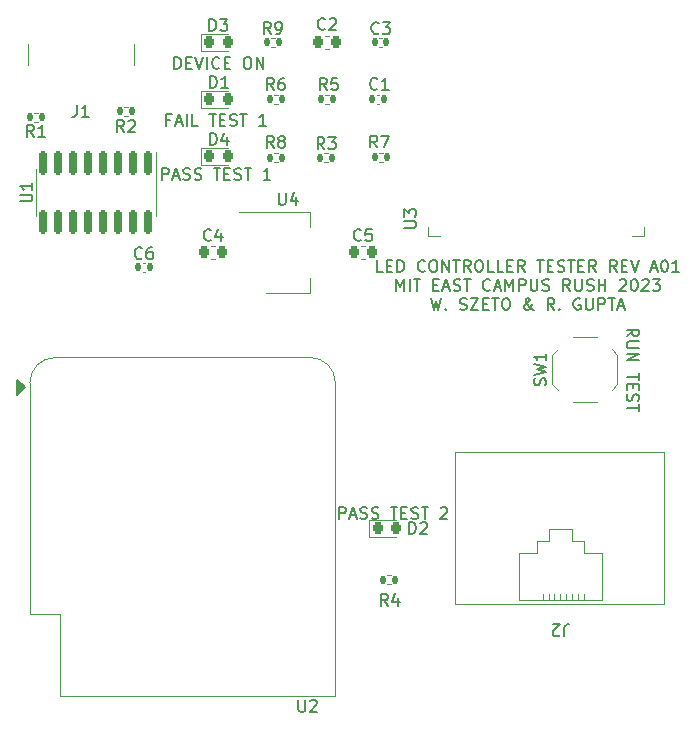
<source format=gbr>
%TF.GenerationSoftware,KiCad,Pcbnew,(6.0.11-0)*%
%TF.CreationDate,2023-03-27T22:19:29-07:00*%
%TF.ProjectId,LED,4c45442e-6b69-4636-9164-5f7063625858,rev?*%
%TF.SameCoordinates,Original*%
%TF.FileFunction,Legend,Top*%
%TF.FilePolarity,Positive*%
%FSLAX46Y46*%
G04 Gerber Fmt 4.6, Leading zero omitted, Abs format (unit mm)*
G04 Created by KiCad (PCBNEW (6.0.11-0)) date 2023-03-27 22:19:29*
%MOMM*%
%LPD*%
G01*
G04 APERTURE LIST*
G04 Aperture macros list*
%AMRoundRect*
0 Rectangle with rounded corners*
0 $1 Rounding radius*
0 $2 $3 $4 $5 $6 $7 $8 $9 X,Y pos of 4 corners*
0 Add a 4 corners polygon primitive as box body*
4,1,4,$2,$3,$4,$5,$6,$7,$8,$9,$2,$3,0*
0 Add four circle primitives for the rounded corners*
1,1,$1+$1,$2,$3*
1,1,$1+$1,$4,$5*
1,1,$1+$1,$6,$7*
1,1,$1+$1,$8,$9*
0 Add four rect primitives between the rounded corners*
20,1,$1+$1,$2,$3,$4,$5,0*
20,1,$1+$1,$4,$5,$6,$7,0*
20,1,$1+$1,$6,$7,$8,$9,0*
20,1,$1+$1,$8,$9,$2,$3,0*%
G04 Aperture macros list end*
%ADD10C,0.200000*%
%ADD11C,0.150000*%
%ADD12C,0.120000*%
%ADD13R,2.000000X2.000000*%
%ADD14O,2.000000X1.600000*%
%ADD15RoundRect,0.225000X0.225000X0.250000X-0.225000X0.250000X-0.225000X-0.250000X0.225000X-0.250000X0*%
%ADD16RoundRect,0.135000X0.135000X0.185000X-0.135000X0.185000X-0.135000X-0.185000X0.135000X-0.185000X0*%
%ADD17RoundRect,0.140000X0.140000X0.170000X-0.140000X0.170000X-0.140000X-0.170000X0.140000X-0.170000X0*%
%ADD18R,2.000000X1.500000*%
%ADD19R,2.000000X3.800000*%
%ADD20RoundRect,0.218750X-0.218750X-0.256250X0.218750X-0.256250X0.218750X0.256250X-0.218750X0.256250X0*%
%ADD21RoundRect,0.135000X-0.135000X-0.185000X0.135000X-0.185000X0.135000X0.185000X-0.135000X0.185000X0*%
%ADD22RoundRect,0.225000X-0.225000X-0.250000X0.225000X-0.250000X0.225000X0.250000X-0.225000X0.250000X0*%
%ADD23C,2.300000*%
%ADD24R,1.500000X1.500000*%
%ADD25C,1.500000*%
%ADD26R,1.000000X1.700000*%
%ADD27RoundRect,0.140000X-0.140000X-0.170000X0.140000X-0.170000X0.140000X0.170000X-0.140000X0.170000X0*%
%ADD28R,1.500000X0.900000*%
%ADD29R,0.900000X1.500000*%
%ADD30C,0.700000*%
%ADD31R,4.200000X4.200000*%
%ADD32RoundRect,0.150000X-0.150000X0.825000X-0.150000X-0.825000X0.150000X-0.825000X0.150000X0.825000X0*%
%ADD33C,0.600000*%
%ADD34R,0.600000X1.160000*%
%ADD35R,0.300000X1.160000*%
%ADD36O,0.900000X2.000000*%
%ADD37O,0.900000X1.700000*%
G04 APERTURE END LIST*
D10*
X84122095Y-65730380D02*
X84122095Y-64730380D01*
X84360190Y-64730380D01*
X84503047Y-64778000D01*
X84598285Y-64873238D01*
X84645904Y-64968476D01*
X84693523Y-65158952D01*
X84693523Y-65301809D01*
X84645904Y-65492285D01*
X84598285Y-65587523D01*
X84503047Y-65682761D01*
X84360190Y-65730380D01*
X84122095Y-65730380D01*
X85122095Y-65206571D02*
X85455428Y-65206571D01*
X85598285Y-65730380D02*
X85122095Y-65730380D01*
X85122095Y-64730380D01*
X85598285Y-64730380D01*
X85884000Y-64730380D02*
X86217333Y-65730380D01*
X86550666Y-64730380D01*
X86884000Y-65730380D02*
X86884000Y-64730380D01*
X87931619Y-65635142D02*
X87884000Y-65682761D01*
X87741142Y-65730380D01*
X87645904Y-65730380D01*
X87503047Y-65682761D01*
X87407809Y-65587523D01*
X87360190Y-65492285D01*
X87312571Y-65301809D01*
X87312571Y-65158952D01*
X87360190Y-64968476D01*
X87407809Y-64873238D01*
X87503047Y-64778000D01*
X87645904Y-64730380D01*
X87741142Y-64730380D01*
X87884000Y-64778000D01*
X87931619Y-64825619D01*
X88360190Y-65206571D02*
X88693523Y-65206571D01*
X88836380Y-65730380D02*
X88360190Y-65730380D01*
X88360190Y-64730380D01*
X88836380Y-64730380D01*
X90217333Y-64730380D02*
X90407809Y-64730380D01*
X90503047Y-64778000D01*
X90598285Y-64873238D01*
X90645904Y-65063714D01*
X90645904Y-65397047D01*
X90598285Y-65587523D01*
X90503047Y-65682761D01*
X90407809Y-65730380D01*
X90217333Y-65730380D01*
X90122095Y-65682761D01*
X90026857Y-65587523D01*
X89979238Y-65397047D01*
X89979238Y-65063714D01*
X90026857Y-64873238D01*
X90122095Y-64778000D01*
X90217333Y-64730380D01*
X91074476Y-65730380D02*
X91074476Y-64730380D01*
X91645904Y-65730380D01*
X91645904Y-64730380D01*
D11*
X122419619Y-88376476D02*
X122895809Y-88043142D01*
X122419619Y-87805047D02*
X123419619Y-87805047D01*
X123419619Y-88186000D01*
X123372000Y-88281238D01*
X123324380Y-88328857D01*
X123229142Y-88376476D01*
X123086285Y-88376476D01*
X122991047Y-88328857D01*
X122943428Y-88281238D01*
X122895809Y-88186000D01*
X122895809Y-87805047D01*
X123419619Y-88805047D02*
X122610095Y-88805047D01*
X122514857Y-88852666D01*
X122467238Y-88900285D01*
X122419619Y-88995523D01*
X122419619Y-89186000D01*
X122467238Y-89281238D01*
X122514857Y-89328857D01*
X122610095Y-89376476D01*
X123419619Y-89376476D01*
X122419619Y-89852666D02*
X123419619Y-89852666D01*
X122419619Y-90424095D01*
X123419619Y-90424095D01*
X123419619Y-91519333D02*
X123419619Y-92090761D01*
X122419619Y-91805047D02*
X123419619Y-91805047D01*
X122943428Y-92424095D02*
X122943428Y-92757428D01*
X122419619Y-92900285D02*
X122419619Y-92424095D01*
X123419619Y-92424095D01*
X123419619Y-92900285D01*
X122467238Y-93281238D02*
X122419619Y-93424095D01*
X122419619Y-93662190D01*
X122467238Y-93757428D01*
X122514857Y-93805047D01*
X122610095Y-93852666D01*
X122705333Y-93852666D01*
X122800571Y-93805047D01*
X122848190Y-93757428D01*
X122895809Y-93662190D01*
X122943428Y-93471714D01*
X122991047Y-93376476D01*
X123038666Y-93328857D01*
X123133904Y-93281238D01*
X123229142Y-93281238D01*
X123324380Y-93328857D01*
X123372000Y-93376476D01*
X123419619Y-93471714D01*
X123419619Y-93709809D01*
X123372000Y-93852666D01*
X123419619Y-94138380D02*
X123419619Y-94709809D01*
X122419619Y-94424095D02*
X123419619Y-94424095D01*
D10*
X83772857Y-70032571D02*
X83439523Y-70032571D01*
X83439523Y-70556380D02*
X83439523Y-69556380D01*
X83915714Y-69556380D01*
X84249047Y-70270666D02*
X84725238Y-70270666D01*
X84153809Y-70556380D02*
X84487142Y-69556380D01*
X84820476Y-70556380D01*
X85153809Y-70556380D02*
X85153809Y-69556380D01*
X86106190Y-70556380D02*
X85630000Y-70556380D01*
X85630000Y-69556380D01*
X87058571Y-69556380D02*
X87630000Y-69556380D01*
X87344285Y-70556380D02*
X87344285Y-69556380D01*
X87963333Y-70032571D02*
X88296666Y-70032571D01*
X88439523Y-70556380D02*
X87963333Y-70556380D01*
X87963333Y-69556380D01*
X88439523Y-69556380D01*
X88820476Y-70508761D02*
X88963333Y-70556380D01*
X89201428Y-70556380D01*
X89296666Y-70508761D01*
X89344285Y-70461142D01*
X89391904Y-70365904D01*
X89391904Y-70270666D01*
X89344285Y-70175428D01*
X89296666Y-70127809D01*
X89201428Y-70080190D01*
X89010952Y-70032571D01*
X88915714Y-69984952D01*
X88868095Y-69937333D01*
X88820476Y-69842095D01*
X88820476Y-69746857D01*
X88868095Y-69651619D01*
X88915714Y-69604000D01*
X89010952Y-69556380D01*
X89249047Y-69556380D01*
X89391904Y-69604000D01*
X89677619Y-69556380D02*
X90249047Y-69556380D01*
X89963333Y-70556380D02*
X89963333Y-69556380D01*
X91868095Y-70556380D02*
X91296666Y-70556380D01*
X91582380Y-70556380D02*
X91582380Y-69556380D01*
X91487142Y-69699238D01*
X91391904Y-69794476D01*
X91296666Y-69842095D01*
X101760285Y-82916380D02*
X101284095Y-82916380D01*
X101284095Y-81916380D01*
X102093619Y-82392571D02*
X102426952Y-82392571D01*
X102569809Y-82916380D02*
X102093619Y-82916380D01*
X102093619Y-81916380D01*
X102569809Y-81916380D01*
X102998380Y-82916380D02*
X102998380Y-81916380D01*
X103236476Y-81916380D01*
X103379333Y-81964000D01*
X103474571Y-82059238D01*
X103522190Y-82154476D01*
X103569809Y-82344952D01*
X103569809Y-82487809D01*
X103522190Y-82678285D01*
X103474571Y-82773523D01*
X103379333Y-82868761D01*
X103236476Y-82916380D01*
X102998380Y-82916380D01*
X105331714Y-82821142D02*
X105284095Y-82868761D01*
X105141238Y-82916380D01*
X105046000Y-82916380D01*
X104903142Y-82868761D01*
X104807904Y-82773523D01*
X104760285Y-82678285D01*
X104712666Y-82487809D01*
X104712666Y-82344952D01*
X104760285Y-82154476D01*
X104807904Y-82059238D01*
X104903142Y-81964000D01*
X105046000Y-81916380D01*
X105141238Y-81916380D01*
X105284095Y-81964000D01*
X105331714Y-82011619D01*
X105950761Y-81916380D02*
X106141238Y-81916380D01*
X106236476Y-81964000D01*
X106331714Y-82059238D01*
X106379333Y-82249714D01*
X106379333Y-82583047D01*
X106331714Y-82773523D01*
X106236476Y-82868761D01*
X106141238Y-82916380D01*
X105950761Y-82916380D01*
X105855523Y-82868761D01*
X105760285Y-82773523D01*
X105712666Y-82583047D01*
X105712666Y-82249714D01*
X105760285Y-82059238D01*
X105855523Y-81964000D01*
X105950761Y-81916380D01*
X106807904Y-82916380D02*
X106807904Y-81916380D01*
X107379333Y-82916380D01*
X107379333Y-81916380D01*
X107712666Y-81916380D02*
X108284095Y-81916380D01*
X107998380Y-82916380D02*
X107998380Y-81916380D01*
X109188857Y-82916380D02*
X108855523Y-82440190D01*
X108617428Y-82916380D02*
X108617428Y-81916380D01*
X108998380Y-81916380D01*
X109093619Y-81964000D01*
X109141238Y-82011619D01*
X109188857Y-82106857D01*
X109188857Y-82249714D01*
X109141238Y-82344952D01*
X109093619Y-82392571D01*
X108998380Y-82440190D01*
X108617428Y-82440190D01*
X109807904Y-81916380D02*
X109998380Y-81916380D01*
X110093619Y-81964000D01*
X110188857Y-82059238D01*
X110236476Y-82249714D01*
X110236476Y-82583047D01*
X110188857Y-82773523D01*
X110093619Y-82868761D01*
X109998380Y-82916380D01*
X109807904Y-82916380D01*
X109712666Y-82868761D01*
X109617428Y-82773523D01*
X109569809Y-82583047D01*
X109569809Y-82249714D01*
X109617428Y-82059238D01*
X109712666Y-81964000D01*
X109807904Y-81916380D01*
X111141238Y-82916380D02*
X110665047Y-82916380D01*
X110665047Y-81916380D01*
X111950761Y-82916380D02*
X111474571Y-82916380D01*
X111474571Y-81916380D01*
X112284095Y-82392571D02*
X112617428Y-82392571D01*
X112760285Y-82916380D02*
X112284095Y-82916380D01*
X112284095Y-81916380D01*
X112760285Y-81916380D01*
X113760285Y-82916380D02*
X113426952Y-82440190D01*
X113188857Y-82916380D02*
X113188857Y-81916380D01*
X113569809Y-81916380D01*
X113665047Y-81964000D01*
X113712666Y-82011619D01*
X113760285Y-82106857D01*
X113760285Y-82249714D01*
X113712666Y-82344952D01*
X113665047Y-82392571D01*
X113569809Y-82440190D01*
X113188857Y-82440190D01*
X114807904Y-81916380D02*
X115379333Y-81916380D01*
X115093619Y-82916380D02*
X115093619Y-81916380D01*
X115712666Y-82392571D02*
X116046000Y-82392571D01*
X116188857Y-82916380D02*
X115712666Y-82916380D01*
X115712666Y-81916380D01*
X116188857Y-81916380D01*
X116569809Y-82868761D02*
X116712666Y-82916380D01*
X116950761Y-82916380D01*
X117046000Y-82868761D01*
X117093619Y-82821142D01*
X117141238Y-82725904D01*
X117141238Y-82630666D01*
X117093619Y-82535428D01*
X117046000Y-82487809D01*
X116950761Y-82440190D01*
X116760285Y-82392571D01*
X116665047Y-82344952D01*
X116617428Y-82297333D01*
X116569809Y-82202095D01*
X116569809Y-82106857D01*
X116617428Y-82011619D01*
X116665047Y-81964000D01*
X116760285Y-81916380D01*
X116998380Y-81916380D01*
X117141238Y-81964000D01*
X117426952Y-81916380D02*
X117998380Y-81916380D01*
X117712666Y-82916380D02*
X117712666Y-81916380D01*
X118331714Y-82392571D02*
X118665047Y-82392571D01*
X118807904Y-82916380D02*
X118331714Y-82916380D01*
X118331714Y-81916380D01*
X118807904Y-81916380D01*
X119807904Y-82916380D02*
X119474571Y-82440190D01*
X119236476Y-82916380D02*
X119236476Y-81916380D01*
X119617428Y-81916380D01*
X119712666Y-81964000D01*
X119760285Y-82011619D01*
X119807904Y-82106857D01*
X119807904Y-82249714D01*
X119760285Y-82344952D01*
X119712666Y-82392571D01*
X119617428Y-82440190D01*
X119236476Y-82440190D01*
X121569809Y-82916380D02*
X121236476Y-82440190D01*
X120998380Y-82916380D02*
X120998380Y-81916380D01*
X121379333Y-81916380D01*
X121474571Y-81964000D01*
X121522190Y-82011619D01*
X121569809Y-82106857D01*
X121569809Y-82249714D01*
X121522190Y-82344952D01*
X121474571Y-82392571D01*
X121379333Y-82440190D01*
X120998380Y-82440190D01*
X121998380Y-82392571D02*
X122331714Y-82392571D01*
X122474571Y-82916380D02*
X121998380Y-82916380D01*
X121998380Y-81916380D01*
X122474571Y-81916380D01*
X122760285Y-81916380D02*
X123093619Y-82916380D01*
X123426952Y-81916380D01*
X124474571Y-82630666D02*
X124950761Y-82630666D01*
X124379333Y-82916380D02*
X124712666Y-81916380D01*
X125046000Y-82916380D01*
X125569809Y-81916380D02*
X125665047Y-81916380D01*
X125760285Y-81964000D01*
X125807904Y-82011619D01*
X125855523Y-82106857D01*
X125903142Y-82297333D01*
X125903142Y-82535428D01*
X125855523Y-82725904D01*
X125807904Y-82821142D01*
X125760285Y-82868761D01*
X125665047Y-82916380D01*
X125569809Y-82916380D01*
X125474571Y-82868761D01*
X125426952Y-82821142D01*
X125379333Y-82725904D01*
X125331714Y-82535428D01*
X125331714Y-82297333D01*
X125379333Y-82106857D01*
X125426952Y-82011619D01*
X125474571Y-81964000D01*
X125569809Y-81916380D01*
X126855523Y-82916380D02*
X126284095Y-82916380D01*
X126569809Y-82916380D02*
X126569809Y-81916380D01*
X126474571Y-82059238D01*
X126379333Y-82154476D01*
X126284095Y-82202095D01*
X102903142Y-84526380D02*
X102903142Y-83526380D01*
X103236476Y-84240666D01*
X103569809Y-83526380D01*
X103569809Y-84526380D01*
X104046000Y-84526380D02*
X104046000Y-83526380D01*
X104379333Y-83526380D02*
X104950761Y-83526380D01*
X104665047Y-84526380D02*
X104665047Y-83526380D01*
X106046000Y-84002571D02*
X106379333Y-84002571D01*
X106522190Y-84526380D02*
X106046000Y-84526380D01*
X106046000Y-83526380D01*
X106522190Y-83526380D01*
X106903142Y-84240666D02*
X107379333Y-84240666D01*
X106807904Y-84526380D02*
X107141238Y-83526380D01*
X107474571Y-84526380D01*
X107760285Y-84478761D02*
X107903142Y-84526380D01*
X108141238Y-84526380D01*
X108236476Y-84478761D01*
X108284095Y-84431142D01*
X108331714Y-84335904D01*
X108331714Y-84240666D01*
X108284095Y-84145428D01*
X108236476Y-84097809D01*
X108141238Y-84050190D01*
X107950761Y-84002571D01*
X107855523Y-83954952D01*
X107807904Y-83907333D01*
X107760285Y-83812095D01*
X107760285Y-83716857D01*
X107807904Y-83621619D01*
X107855523Y-83574000D01*
X107950761Y-83526380D01*
X108188857Y-83526380D01*
X108331714Y-83574000D01*
X108617428Y-83526380D02*
X109188857Y-83526380D01*
X108903142Y-84526380D02*
X108903142Y-83526380D01*
X110855523Y-84431142D02*
X110807904Y-84478761D01*
X110665047Y-84526380D01*
X110569809Y-84526380D01*
X110426952Y-84478761D01*
X110331714Y-84383523D01*
X110284095Y-84288285D01*
X110236476Y-84097809D01*
X110236476Y-83954952D01*
X110284095Y-83764476D01*
X110331714Y-83669238D01*
X110426952Y-83574000D01*
X110569809Y-83526380D01*
X110665047Y-83526380D01*
X110807904Y-83574000D01*
X110855523Y-83621619D01*
X111236476Y-84240666D02*
X111712666Y-84240666D01*
X111141238Y-84526380D02*
X111474571Y-83526380D01*
X111807904Y-84526380D01*
X112141238Y-84526380D02*
X112141238Y-83526380D01*
X112474571Y-84240666D01*
X112807904Y-83526380D01*
X112807904Y-84526380D01*
X113284095Y-84526380D02*
X113284095Y-83526380D01*
X113665047Y-83526380D01*
X113760285Y-83574000D01*
X113807904Y-83621619D01*
X113855523Y-83716857D01*
X113855523Y-83859714D01*
X113807904Y-83954952D01*
X113760285Y-84002571D01*
X113665047Y-84050190D01*
X113284095Y-84050190D01*
X114284095Y-83526380D02*
X114284095Y-84335904D01*
X114331714Y-84431142D01*
X114379333Y-84478761D01*
X114474571Y-84526380D01*
X114665047Y-84526380D01*
X114760285Y-84478761D01*
X114807904Y-84431142D01*
X114855523Y-84335904D01*
X114855523Y-83526380D01*
X115284095Y-84478761D02*
X115426952Y-84526380D01*
X115665047Y-84526380D01*
X115760285Y-84478761D01*
X115807904Y-84431142D01*
X115855523Y-84335904D01*
X115855523Y-84240666D01*
X115807904Y-84145428D01*
X115760285Y-84097809D01*
X115665047Y-84050190D01*
X115474571Y-84002571D01*
X115379333Y-83954952D01*
X115331714Y-83907333D01*
X115284095Y-83812095D01*
X115284095Y-83716857D01*
X115331714Y-83621619D01*
X115379333Y-83574000D01*
X115474571Y-83526380D01*
X115712666Y-83526380D01*
X115855523Y-83574000D01*
X117617428Y-84526380D02*
X117284095Y-84050190D01*
X117045999Y-84526380D02*
X117045999Y-83526380D01*
X117426952Y-83526380D01*
X117522190Y-83574000D01*
X117569809Y-83621619D01*
X117617428Y-83716857D01*
X117617428Y-83859714D01*
X117569809Y-83954952D01*
X117522190Y-84002571D01*
X117426952Y-84050190D01*
X117045999Y-84050190D01*
X118045999Y-83526380D02*
X118045999Y-84335904D01*
X118093619Y-84431142D01*
X118141238Y-84478761D01*
X118236476Y-84526380D01*
X118426952Y-84526380D01*
X118522190Y-84478761D01*
X118569809Y-84431142D01*
X118617428Y-84335904D01*
X118617428Y-83526380D01*
X119045999Y-84478761D02*
X119188857Y-84526380D01*
X119426952Y-84526380D01*
X119522190Y-84478761D01*
X119569809Y-84431142D01*
X119617428Y-84335904D01*
X119617428Y-84240666D01*
X119569809Y-84145428D01*
X119522190Y-84097809D01*
X119426952Y-84050190D01*
X119236476Y-84002571D01*
X119141238Y-83954952D01*
X119093619Y-83907333D01*
X119045999Y-83812095D01*
X119045999Y-83716857D01*
X119093619Y-83621619D01*
X119141238Y-83574000D01*
X119236476Y-83526380D01*
X119474571Y-83526380D01*
X119617428Y-83574000D01*
X120045999Y-84526380D02*
X120045999Y-83526380D01*
X120045999Y-84002571D02*
X120617428Y-84002571D01*
X120617428Y-84526380D02*
X120617428Y-83526380D01*
X121807904Y-83621619D02*
X121855523Y-83574000D01*
X121950761Y-83526380D01*
X122188857Y-83526380D01*
X122284095Y-83574000D01*
X122331714Y-83621619D01*
X122379333Y-83716857D01*
X122379333Y-83812095D01*
X122331714Y-83954952D01*
X121760285Y-84526380D01*
X122379333Y-84526380D01*
X122998380Y-83526380D02*
X123093619Y-83526380D01*
X123188857Y-83574000D01*
X123236476Y-83621619D01*
X123284095Y-83716857D01*
X123331714Y-83907333D01*
X123331714Y-84145428D01*
X123284095Y-84335904D01*
X123236476Y-84431142D01*
X123188857Y-84478761D01*
X123093619Y-84526380D01*
X122998380Y-84526380D01*
X122903142Y-84478761D01*
X122855523Y-84431142D01*
X122807904Y-84335904D01*
X122760285Y-84145428D01*
X122760285Y-83907333D01*
X122807904Y-83716857D01*
X122855523Y-83621619D01*
X122903142Y-83574000D01*
X122998380Y-83526380D01*
X123712666Y-83621619D02*
X123760285Y-83574000D01*
X123855523Y-83526380D01*
X124093619Y-83526380D01*
X124188857Y-83574000D01*
X124236476Y-83621619D01*
X124284095Y-83716857D01*
X124284095Y-83812095D01*
X124236476Y-83954952D01*
X123665047Y-84526380D01*
X124284095Y-84526380D01*
X124617428Y-83526380D02*
X125236476Y-83526380D01*
X124903142Y-83907333D01*
X125045999Y-83907333D01*
X125141238Y-83954952D01*
X125188857Y-84002571D01*
X125236476Y-84097809D01*
X125236476Y-84335904D01*
X125188857Y-84431142D01*
X125141238Y-84478761D01*
X125045999Y-84526380D01*
X124760285Y-84526380D01*
X124665047Y-84478761D01*
X124617428Y-84431142D01*
X105855523Y-85136380D02*
X106093619Y-86136380D01*
X106284095Y-85422095D01*
X106474571Y-86136380D01*
X106712666Y-85136380D01*
X107093619Y-86041142D02*
X107141238Y-86088761D01*
X107093619Y-86136380D01*
X107046000Y-86088761D01*
X107093619Y-86041142D01*
X107093619Y-86136380D01*
X108284095Y-86088761D02*
X108426952Y-86136380D01*
X108665047Y-86136380D01*
X108760285Y-86088761D01*
X108807904Y-86041142D01*
X108855523Y-85945904D01*
X108855523Y-85850666D01*
X108807904Y-85755428D01*
X108760285Y-85707809D01*
X108665047Y-85660190D01*
X108474571Y-85612571D01*
X108379333Y-85564952D01*
X108331714Y-85517333D01*
X108284095Y-85422095D01*
X108284095Y-85326857D01*
X108331714Y-85231619D01*
X108379333Y-85184000D01*
X108474571Y-85136380D01*
X108712666Y-85136380D01*
X108855523Y-85184000D01*
X109188857Y-85136380D02*
X109855523Y-85136380D01*
X109188857Y-86136380D01*
X109855523Y-86136380D01*
X110236476Y-85612571D02*
X110569809Y-85612571D01*
X110712666Y-86136380D02*
X110236476Y-86136380D01*
X110236476Y-85136380D01*
X110712666Y-85136380D01*
X110998380Y-85136380D02*
X111569809Y-85136380D01*
X111284095Y-86136380D02*
X111284095Y-85136380D01*
X112093619Y-85136380D02*
X112284095Y-85136380D01*
X112379333Y-85184000D01*
X112474571Y-85279238D01*
X112522190Y-85469714D01*
X112522190Y-85803047D01*
X112474571Y-85993523D01*
X112379333Y-86088761D01*
X112284095Y-86136380D01*
X112093619Y-86136380D01*
X111998380Y-86088761D01*
X111903142Y-85993523D01*
X111855523Y-85803047D01*
X111855523Y-85469714D01*
X111903142Y-85279238D01*
X111998380Y-85184000D01*
X112093619Y-85136380D01*
X114522190Y-86136380D02*
X114474571Y-86136380D01*
X114379333Y-86088761D01*
X114236476Y-85945904D01*
X113998380Y-85660190D01*
X113903142Y-85517333D01*
X113855523Y-85374476D01*
X113855523Y-85279238D01*
X113903142Y-85184000D01*
X113998380Y-85136380D01*
X114046000Y-85136380D01*
X114141238Y-85184000D01*
X114188857Y-85279238D01*
X114188857Y-85326857D01*
X114141238Y-85422095D01*
X114093619Y-85469714D01*
X113807904Y-85660190D01*
X113760285Y-85707809D01*
X113712666Y-85803047D01*
X113712666Y-85945904D01*
X113760285Y-86041142D01*
X113807904Y-86088761D01*
X113903142Y-86136380D01*
X114046000Y-86136380D01*
X114141238Y-86088761D01*
X114188857Y-86041142D01*
X114331714Y-85850666D01*
X114379333Y-85707809D01*
X114379333Y-85612571D01*
X116284095Y-86136380D02*
X115950761Y-85660190D01*
X115712666Y-86136380D02*
X115712666Y-85136380D01*
X116093619Y-85136380D01*
X116188857Y-85184000D01*
X116236476Y-85231619D01*
X116284095Y-85326857D01*
X116284095Y-85469714D01*
X116236476Y-85564952D01*
X116188857Y-85612571D01*
X116093619Y-85660190D01*
X115712666Y-85660190D01*
X116712666Y-86041142D02*
X116760285Y-86088761D01*
X116712666Y-86136380D01*
X116665047Y-86088761D01*
X116712666Y-86041142D01*
X116712666Y-86136380D01*
X118474571Y-85184000D02*
X118379333Y-85136380D01*
X118236476Y-85136380D01*
X118093619Y-85184000D01*
X117998380Y-85279238D01*
X117950761Y-85374476D01*
X117903142Y-85564952D01*
X117903142Y-85707809D01*
X117950761Y-85898285D01*
X117998380Y-85993523D01*
X118093619Y-86088761D01*
X118236476Y-86136380D01*
X118331714Y-86136380D01*
X118474571Y-86088761D01*
X118522190Y-86041142D01*
X118522190Y-85707809D01*
X118331714Y-85707809D01*
X118950761Y-85136380D02*
X118950761Y-85945904D01*
X118998380Y-86041142D01*
X119046000Y-86088761D01*
X119141238Y-86136380D01*
X119331714Y-86136380D01*
X119426952Y-86088761D01*
X119474571Y-86041142D01*
X119522190Y-85945904D01*
X119522190Y-85136380D01*
X119998380Y-86136380D02*
X119998380Y-85136380D01*
X120379333Y-85136380D01*
X120474571Y-85184000D01*
X120522190Y-85231619D01*
X120569809Y-85326857D01*
X120569809Y-85469714D01*
X120522190Y-85564952D01*
X120474571Y-85612571D01*
X120379333Y-85660190D01*
X119998380Y-85660190D01*
X120855523Y-85136380D02*
X121426952Y-85136380D01*
X121141238Y-86136380D02*
X121141238Y-85136380D01*
X121712666Y-85850666D02*
X122188857Y-85850666D01*
X121617428Y-86136380D02*
X121950761Y-85136380D01*
X122284095Y-86136380D01*
X83058571Y-75128380D02*
X83058571Y-74128380D01*
X83439523Y-74128380D01*
X83534761Y-74176000D01*
X83582380Y-74223619D01*
X83630000Y-74318857D01*
X83630000Y-74461714D01*
X83582380Y-74556952D01*
X83534761Y-74604571D01*
X83439523Y-74652190D01*
X83058571Y-74652190D01*
X84010952Y-74842666D02*
X84487142Y-74842666D01*
X83915714Y-75128380D02*
X84249047Y-74128380D01*
X84582380Y-75128380D01*
X84868095Y-75080761D02*
X85010952Y-75128380D01*
X85249047Y-75128380D01*
X85344285Y-75080761D01*
X85391904Y-75033142D01*
X85439523Y-74937904D01*
X85439523Y-74842666D01*
X85391904Y-74747428D01*
X85344285Y-74699809D01*
X85249047Y-74652190D01*
X85058571Y-74604571D01*
X84963333Y-74556952D01*
X84915714Y-74509333D01*
X84868095Y-74414095D01*
X84868095Y-74318857D01*
X84915714Y-74223619D01*
X84963333Y-74176000D01*
X85058571Y-74128380D01*
X85296666Y-74128380D01*
X85439523Y-74176000D01*
X85820476Y-75080761D02*
X85963333Y-75128380D01*
X86201428Y-75128380D01*
X86296666Y-75080761D01*
X86344285Y-75033142D01*
X86391904Y-74937904D01*
X86391904Y-74842666D01*
X86344285Y-74747428D01*
X86296666Y-74699809D01*
X86201428Y-74652190D01*
X86010952Y-74604571D01*
X85915714Y-74556952D01*
X85868095Y-74509333D01*
X85820476Y-74414095D01*
X85820476Y-74318857D01*
X85868095Y-74223619D01*
X85915714Y-74176000D01*
X86010952Y-74128380D01*
X86249047Y-74128380D01*
X86391904Y-74176000D01*
X87439523Y-74128380D02*
X88010952Y-74128380D01*
X87725238Y-75128380D02*
X87725238Y-74128380D01*
X88344285Y-74604571D02*
X88677619Y-74604571D01*
X88820476Y-75128380D02*
X88344285Y-75128380D01*
X88344285Y-74128380D01*
X88820476Y-74128380D01*
X89201428Y-75080761D02*
X89344285Y-75128380D01*
X89582380Y-75128380D01*
X89677619Y-75080761D01*
X89725238Y-75033142D01*
X89772857Y-74937904D01*
X89772857Y-74842666D01*
X89725238Y-74747428D01*
X89677619Y-74699809D01*
X89582380Y-74652190D01*
X89391904Y-74604571D01*
X89296666Y-74556952D01*
X89249047Y-74509333D01*
X89201428Y-74414095D01*
X89201428Y-74318857D01*
X89249047Y-74223619D01*
X89296666Y-74176000D01*
X89391904Y-74128380D01*
X89630000Y-74128380D01*
X89772857Y-74176000D01*
X90058571Y-74128380D02*
X90630000Y-74128380D01*
X90344285Y-75128380D02*
X90344285Y-74128380D01*
X92249047Y-75128380D02*
X91677619Y-75128380D01*
X91963333Y-75128380D02*
X91963333Y-74128380D01*
X91868095Y-74271238D01*
X91772857Y-74366476D01*
X91677619Y-74414095D01*
D11*
X98044571Y-103825380D02*
X98044571Y-102825380D01*
X98425523Y-102825380D01*
X98520761Y-102873000D01*
X98568380Y-102920619D01*
X98616000Y-103015857D01*
X98616000Y-103158714D01*
X98568380Y-103253952D01*
X98520761Y-103301571D01*
X98425523Y-103349190D01*
X98044571Y-103349190D01*
X98996952Y-103539666D02*
X99473142Y-103539666D01*
X98901714Y-103825380D02*
X99235047Y-102825380D01*
X99568380Y-103825380D01*
X99854095Y-103777761D02*
X99996952Y-103825380D01*
X100235047Y-103825380D01*
X100330285Y-103777761D01*
X100377904Y-103730142D01*
X100425523Y-103634904D01*
X100425523Y-103539666D01*
X100377904Y-103444428D01*
X100330285Y-103396809D01*
X100235047Y-103349190D01*
X100044571Y-103301571D01*
X99949333Y-103253952D01*
X99901714Y-103206333D01*
X99854095Y-103111095D01*
X99854095Y-103015857D01*
X99901714Y-102920619D01*
X99949333Y-102873000D01*
X100044571Y-102825380D01*
X100282666Y-102825380D01*
X100425523Y-102873000D01*
X100806476Y-103777761D02*
X100949333Y-103825380D01*
X101187428Y-103825380D01*
X101282666Y-103777761D01*
X101330285Y-103730142D01*
X101377904Y-103634904D01*
X101377904Y-103539666D01*
X101330285Y-103444428D01*
X101282666Y-103396809D01*
X101187428Y-103349190D01*
X100996952Y-103301571D01*
X100901714Y-103253952D01*
X100854095Y-103206333D01*
X100806476Y-103111095D01*
X100806476Y-103015857D01*
X100854095Y-102920619D01*
X100901714Y-102873000D01*
X100996952Y-102825380D01*
X101235047Y-102825380D01*
X101377904Y-102873000D01*
X102425523Y-102825380D02*
X102996952Y-102825380D01*
X102711238Y-103825380D02*
X102711238Y-102825380D01*
X103330285Y-103301571D02*
X103663619Y-103301571D01*
X103806476Y-103825380D02*
X103330285Y-103825380D01*
X103330285Y-102825380D01*
X103806476Y-102825380D01*
X104187428Y-103777761D02*
X104330285Y-103825380D01*
X104568380Y-103825380D01*
X104663619Y-103777761D01*
X104711238Y-103730142D01*
X104758857Y-103634904D01*
X104758857Y-103539666D01*
X104711238Y-103444428D01*
X104663619Y-103396809D01*
X104568380Y-103349190D01*
X104377904Y-103301571D01*
X104282666Y-103253952D01*
X104235047Y-103206333D01*
X104187428Y-103111095D01*
X104187428Y-103015857D01*
X104235047Y-102920619D01*
X104282666Y-102873000D01*
X104377904Y-102825380D01*
X104616000Y-102825380D01*
X104758857Y-102873000D01*
X105044571Y-102825380D02*
X105616000Y-102825380D01*
X105330285Y-103825380D02*
X105330285Y-102825380D01*
X106663619Y-102920619D02*
X106711238Y-102873000D01*
X106806476Y-102825380D01*
X107044571Y-102825380D01*
X107139809Y-102873000D01*
X107187428Y-102920619D01*
X107235047Y-103015857D01*
X107235047Y-103111095D01*
X107187428Y-103253952D01*
X106616000Y-103825380D01*
X107235047Y-103825380D01*
%TO.C,U2*%
X94611095Y-119162380D02*
X94611095Y-119971904D01*
X94658714Y-120067142D01*
X94706333Y-120114761D01*
X94801571Y-120162380D01*
X94992047Y-120162380D01*
X95087285Y-120114761D01*
X95134904Y-120067142D01*
X95182523Y-119971904D01*
X95182523Y-119162380D01*
X95611095Y-119257619D02*
X95658714Y-119210000D01*
X95753952Y-119162380D01*
X95992047Y-119162380D01*
X96087285Y-119210000D01*
X96134904Y-119257619D01*
X96182523Y-119352857D01*
X96182523Y-119448095D01*
X96134904Y-119590952D01*
X95563476Y-120162380D01*
X96182523Y-120162380D01*
%TO.C,C2*%
X96874333Y-62333142D02*
X96826714Y-62380761D01*
X96683857Y-62428380D01*
X96588619Y-62428380D01*
X96445761Y-62380761D01*
X96350523Y-62285523D01*
X96302904Y-62190285D01*
X96255285Y-61999809D01*
X96255285Y-61856952D01*
X96302904Y-61666476D01*
X96350523Y-61571238D01*
X96445761Y-61476000D01*
X96588619Y-61428380D01*
X96683857Y-61428380D01*
X96826714Y-61476000D01*
X96874333Y-61523619D01*
X97255285Y-61523619D02*
X97302904Y-61476000D01*
X97398142Y-61428380D01*
X97636238Y-61428380D01*
X97731476Y-61476000D01*
X97779095Y-61523619D01*
X97826714Y-61618857D01*
X97826714Y-61714095D01*
X97779095Y-61856952D01*
X97207666Y-62428380D01*
X97826714Y-62428380D01*
%TO.C,R4*%
X102195333Y-111196380D02*
X101862000Y-110720190D01*
X101623904Y-111196380D02*
X101623904Y-110196380D01*
X102004857Y-110196380D01*
X102100095Y-110244000D01*
X102147714Y-110291619D01*
X102195333Y-110386857D01*
X102195333Y-110529714D01*
X102147714Y-110624952D01*
X102100095Y-110672571D01*
X102004857Y-110720190D01*
X101623904Y-110720190D01*
X103052476Y-110529714D02*
X103052476Y-111196380D01*
X102814380Y-110148761D02*
X102576285Y-110863047D01*
X103195333Y-110863047D01*
%TO.C,C1*%
X101298169Y-67403142D02*
X101250550Y-67450761D01*
X101107693Y-67498380D01*
X101012455Y-67498380D01*
X100869597Y-67450761D01*
X100774359Y-67355523D01*
X100726740Y-67260285D01*
X100679121Y-67069809D01*
X100679121Y-66926952D01*
X100726740Y-66736476D01*
X100774359Y-66641238D01*
X100869597Y-66546000D01*
X101012455Y-66498380D01*
X101107693Y-66498380D01*
X101250550Y-66546000D01*
X101298169Y-66593619D01*
X102250550Y-67498380D02*
X101679121Y-67498380D01*
X101964836Y-67498380D02*
X101964836Y-66498380D01*
X101869597Y-66641238D01*
X101774359Y-66736476D01*
X101679121Y-66784095D01*
%TO.C,U4*%
X92964095Y-76232380D02*
X92964095Y-77041904D01*
X93011714Y-77137142D01*
X93059333Y-77184761D01*
X93154571Y-77232380D01*
X93345047Y-77232380D01*
X93440285Y-77184761D01*
X93487904Y-77137142D01*
X93535523Y-77041904D01*
X93535523Y-76232380D01*
X94440285Y-76565714D02*
X94440285Y-77232380D01*
X94202190Y-76184761D02*
X93964095Y-76899047D01*
X94583142Y-76899047D01*
%TO.C,D3*%
X87089404Y-62522380D02*
X87089404Y-61522380D01*
X87327500Y-61522380D01*
X87470357Y-61570000D01*
X87565595Y-61665238D01*
X87613214Y-61760476D01*
X87660833Y-61950952D01*
X87660833Y-62093809D01*
X87613214Y-62284285D01*
X87565595Y-62379523D01*
X87470357Y-62474761D01*
X87327500Y-62522380D01*
X87089404Y-62522380D01*
X87994166Y-61522380D02*
X88613214Y-61522380D01*
X88279880Y-61903333D01*
X88422738Y-61903333D01*
X88517976Y-61950952D01*
X88565595Y-61998571D01*
X88613214Y-62093809D01*
X88613214Y-62331904D01*
X88565595Y-62427142D01*
X88517976Y-62474761D01*
X88422738Y-62522380D01*
X88137023Y-62522380D01*
X88041785Y-62474761D01*
X87994166Y-62427142D01*
%TO.C,R7*%
X101290692Y-72385180D02*
X100957359Y-71908990D01*
X100719263Y-72385180D02*
X100719263Y-71385180D01*
X101100216Y-71385180D01*
X101195454Y-71432800D01*
X101243073Y-71480419D01*
X101290692Y-71575657D01*
X101290692Y-71718514D01*
X101243073Y-71813752D01*
X101195454Y-71861371D01*
X101100216Y-71908990D01*
X100719263Y-71908990D01*
X101624025Y-71385180D02*
X102290692Y-71385180D01*
X101862120Y-72385180D01*
%TO.C,R6*%
X92530833Y-67508380D02*
X92197500Y-67032190D01*
X91959404Y-67508380D02*
X91959404Y-66508380D01*
X92340357Y-66508380D01*
X92435595Y-66556000D01*
X92483214Y-66603619D01*
X92530833Y-66698857D01*
X92530833Y-66841714D01*
X92483214Y-66936952D01*
X92435595Y-66984571D01*
X92340357Y-67032190D01*
X91959404Y-67032190D01*
X93387976Y-66508380D02*
X93197500Y-66508380D01*
X93102261Y-66556000D01*
X93054642Y-66603619D01*
X92959404Y-66746476D01*
X92911785Y-66936952D01*
X92911785Y-67317904D01*
X92959404Y-67413142D01*
X93007023Y-67460761D01*
X93102261Y-67508380D01*
X93292738Y-67508380D01*
X93387976Y-67460761D01*
X93435595Y-67413142D01*
X93483214Y-67317904D01*
X93483214Y-67079809D01*
X93435595Y-66984571D01*
X93387976Y-66936952D01*
X93292738Y-66889333D01*
X93102261Y-66889333D01*
X93007023Y-66936952D01*
X92959404Y-66984571D01*
X92911785Y-67079809D01*
%TO.C,R1*%
X72223333Y-71472380D02*
X71890000Y-70996190D01*
X71651904Y-71472380D02*
X71651904Y-70472380D01*
X72032857Y-70472380D01*
X72128095Y-70520000D01*
X72175714Y-70567619D01*
X72223333Y-70662857D01*
X72223333Y-70805714D01*
X72175714Y-70900952D01*
X72128095Y-70948571D01*
X72032857Y-70996190D01*
X71651904Y-70996190D01*
X73175714Y-71472380D02*
X72604285Y-71472380D01*
X72890000Y-71472380D02*
X72890000Y-70472380D01*
X72794761Y-70615238D01*
X72699523Y-70710476D01*
X72604285Y-70758095D01*
%TO.C,R2*%
X79843333Y-71064380D02*
X79510000Y-70588190D01*
X79271904Y-71064380D02*
X79271904Y-70064380D01*
X79652857Y-70064380D01*
X79748095Y-70112000D01*
X79795714Y-70159619D01*
X79843333Y-70254857D01*
X79843333Y-70397714D01*
X79795714Y-70492952D01*
X79748095Y-70540571D01*
X79652857Y-70588190D01*
X79271904Y-70588190D01*
X80224285Y-70159619D02*
X80271904Y-70112000D01*
X80367142Y-70064380D01*
X80605238Y-70064380D01*
X80700476Y-70112000D01*
X80748095Y-70159619D01*
X80795714Y-70254857D01*
X80795714Y-70350095D01*
X80748095Y-70492952D01*
X80176666Y-71064380D01*
X80795714Y-71064380D01*
%TO.C,C4*%
X87209333Y-80207142D02*
X87161714Y-80254761D01*
X87018857Y-80302380D01*
X86923619Y-80302380D01*
X86780761Y-80254761D01*
X86685523Y-80159523D01*
X86637904Y-80064285D01*
X86590285Y-79873809D01*
X86590285Y-79730952D01*
X86637904Y-79540476D01*
X86685523Y-79445238D01*
X86780761Y-79350000D01*
X86923619Y-79302380D01*
X87018857Y-79302380D01*
X87161714Y-79350000D01*
X87209333Y-79397619D01*
X88066476Y-79635714D02*
X88066476Y-80302380D01*
X87828380Y-79254761D02*
X87590285Y-79969047D01*
X88209333Y-79969047D01*
%TO.C,J2*%
X117133162Y-113760788D02*
X117133162Y-113046502D01*
X117180781Y-112903645D01*
X117276019Y-112808407D01*
X117418876Y-112760788D01*
X117514114Y-112760788D01*
X116704590Y-113665549D02*
X116656971Y-113713169D01*
X116561733Y-113760788D01*
X116323638Y-113760788D01*
X116228400Y-113713169D01*
X116180781Y-113665549D01*
X116133162Y-113570311D01*
X116133162Y-113475073D01*
X116180781Y-113332216D01*
X116752209Y-112760788D01*
X116133162Y-112760788D01*
%TO.C,R8*%
X92530833Y-72422380D02*
X92197500Y-71946190D01*
X91959404Y-72422380D02*
X91959404Y-71422380D01*
X92340357Y-71422380D01*
X92435595Y-71470000D01*
X92483214Y-71517619D01*
X92530833Y-71612857D01*
X92530833Y-71755714D01*
X92483214Y-71850952D01*
X92435595Y-71898571D01*
X92340357Y-71946190D01*
X91959404Y-71946190D01*
X93102261Y-71850952D02*
X93007023Y-71803333D01*
X92959404Y-71755714D01*
X92911785Y-71660476D01*
X92911785Y-71612857D01*
X92959404Y-71517619D01*
X93007023Y-71470000D01*
X93102261Y-71422380D01*
X93292738Y-71422380D01*
X93387976Y-71470000D01*
X93435595Y-71517619D01*
X93483214Y-71612857D01*
X93483214Y-71660476D01*
X93435595Y-71755714D01*
X93387976Y-71803333D01*
X93292738Y-71850952D01*
X93102261Y-71850952D01*
X93007023Y-71898571D01*
X92959404Y-71946190D01*
X92911785Y-72041428D01*
X92911785Y-72231904D01*
X92959404Y-72327142D01*
X93007023Y-72374761D01*
X93102261Y-72422380D01*
X93292738Y-72422380D01*
X93387976Y-72374761D01*
X93435595Y-72327142D01*
X93483214Y-72231904D01*
X93483214Y-72041428D01*
X93435595Y-71946190D01*
X93387976Y-71898571D01*
X93292738Y-71850952D01*
%TO.C,SW1*%
X115526761Y-92519333D02*
X115574380Y-92376476D01*
X115574380Y-92138380D01*
X115526761Y-92043142D01*
X115479142Y-91995523D01*
X115383904Y-91947904D01*
X115288666Y-91947904D01*
X115193428Y-91995523D01*
X115145809Y-92043142D01*
X115098190Y-92138380D01*
X115050571Y-92328857D01*
X115002952Y-92424095D01*
X114955333Y-92471714D01*
X114860095Y-92519333D01*
X114764857Y-92519333D01*
X114669619Y-92471714D01*
X114622000Y-92424095D01*
X114574380Y-92328857D01*
X114574380Y-92090761D01*
X114622000Y-91947904D01*
X114574380Y-91614571D02*
X115574380Y-91376476D01*
X114860095Y-91186000D01*
X115574380Y-90995523D01*
X114574380Y-90757428D01*
X115574380Y-89852666D02*
X115574380Y-90424095D01*
X115574380Y-90138380D02*
X114574380Y-90138380D01*
X114717238Y-90233619D01*
X114812476Y-90328857D01*
X114860095Y-90424095D01*
%TO.C,D1*%
X87133404Y-67348380D02*
X87133404Y-66348380D01*
X87371500Y-66348380D01*
X87514357Y-66396000D01*
X87609595Y-66491238D01*
X87657214Y-66586476D01*
X87704833Y-66776952D01*
X87704833Y-66919809D01*
X87657214Y-67110285D01*
X87609595Y-67205523D01*
X87514357Y-67300761D01*
X87371500Y-67348380D01*
X87133404Y-67348380D01*
X88657214Y-67348380D02*
X88085785Y-67348380D01*
X88371500Y-67348380D02*
X88371500Y-66348380D01*
X88276261Y-66491238D01*
X88181023Y-66586476D01*
X88085785Y-66634095D01*
%TO.C,C6*%
X81367333Y-81747142D02*
X81319714Y-81794761D01*
X81176857Y-81842380D01*
X81081619Y-81842380D01*
X80938761Y-81794761D01*
X80843523Y-81699523D01*
X80795904Y-81604285D01*
X80748285Y-81413809D01*
X80748285Y-81270952D01*
X80795904Y-81080476D01*
X80843523Y-80985238D01*
X80938761Y-80890000D01*
X81081619Y-80842380D01*
X81176857Y-80842380D01*
X81319714Y-80890000D01*
X81367333Y-80937619D01*
X82224476Y-80842380D02*
X82034000Y-80842380D01*
X81938761Y-80890000D01*
X81891142Y-80937619D01*
X81795904Y-81080476D01*
X81748285Y-81270952D01*
X81748285Y-81651904D01*
X81795904Y-81747142D01*
X81843523Y-81794761D01*
X81938761Y-81842380D01*
X82129238Y-81842380D01*
X82224476Y-81794761D01*
X82272095Y-81747142D01*
X82319714Y-81651904D01*
X82319714Y-81413809D01*
X82272095Y-81318571D01*
X82224476Y-81270952D01*
X82129238Y-81223333D01*
X81938761Y-81223333D01*
X81843523Y-81270952D01*
X81795904Y-81318571D01*
X81748285Y-81413809D01*
%TO.C,R9*%
X92274833Y-62782380D02*
X91941500Y-62306190D01*
X91703404Y-62782380D02*
X91703404Y-61782380D01*
X92084357Y-61782380D01*
X92179595Y-61830000D01*
X92227214Y-61877619D01*
X92274833Y-61972857D01*
X92274833Y-62115714D01*
X92227214Y-62210952D01*
X92179595Y-62258571D01*
X92084357Y-62306190D01*
X91703404Y-62306190D01*
X92751023Y-62782380D02*
X92941500Y-62782380D01*
X93036738Y-62734761D01*
X93084357Y-62687142D01*
X93179595Y-62544285D01*
X93227214Y-62353809D01*
X93227214Y-61972857D01*
X93179595Y-61877619D01*
X93131976Y-61830000D01*
X93036738Y-61782380D01*
X92846261Y-61782380D01*
X92751023Y-61830000D01*
X92703404Y-61877619D01*
X92655785Y-61972857D01*
X92655785Y-62210952D01*
X92703404Y-62306190D01*
X92751023Y-62353809D01*
X92846261Y-62401428D01*
X93036738Y-62401428D01*
X93131976Y-62353809D01*
X93179595Y-62306190D01*
X93227214Y-62210952D01*
%TO.C,R5*%
X97014974Y-67508380D02*
X96681641Y-67032190D01*
X96443545Y-67508380D02*
X96443545Y-66508380D01*
X96824498Y-66508380D01*
X96919736Y-66556000D01*
X96967355Y-66603619D01*
X97014974Y-66698857D01*
X97014974Y-66841714D01*
X96967355Y-66936952D01*
X96919736Y-66984571D01*
X96824498Y-67032190D01*
X96443545Y-67032190D01*
X97919736Y-66508380D02*
X97443545Y-66508380D01*
X97395926Y-66984571D01*
X97443545Y-66936952D01*
X97538783Y-66889333D01*
X97776879Y-66889333D01*
X97872117Y-66936952D01*
X97919736Y-66984571D01*
X97967355Y-67079809D01*
X97967355Y-67317904D01*
X97919736Y-67413142D01*
X97872117Y-67460761D01*
X97776879Y-67508380D01*
X97538783Y-67508380D01*
X97443545Y-67460761D01*
X97395926Y-67413142D01*
%TO.C,U3*%
X103568880Y-79189904D02*
X104378404Y-79189904D01*
X104473642Y-79142285D01*
X104521261Y-79094666D01*
X104568880Y-78999428D01*
X104568880Y-78808952D01*
X104521261Y-78713714D01*
X104473642Y-78666095D01*
X104378404Y-78618476D01*
X103568880Y-78618476D01*
X103568880Y-78237523D02*
X103568880Y-77618476D01*
X103949833Y-77951809D01*
X103949833Y-77808952D01*
X103997452Y-77713714D01*
X104045071Y-77666095D01*
X104140309Y-77618476D01*
X104378404Y-77618476D01*
X104473642Y-77666095D01*
X104521261Y-77713714D01*
X104568880Y-77808952D01*
X104568880Y-78094666D01*
X104521261Y-78189904D01*
X104473642Y-78237523D01*
%TO.C,U1*%
X71080380Y-76961904D02*
X71889904Y-76961904D01*
X71985142Y-76914285D01*
X72032761Y-76866666D01*
X72080380Y-76771428D01*
X72080380Y-76580952D01*
X72032761Y-76485714D01*
X71985142Y-76438095D01*
X71889904Y-76390476D01*
X71080380Y-76390476D01*
X72080380Y-75390476D02*
X72080380Y-75961904D01*
X72080380Y-75676190D02*
X71080380Y-75676190D01*
X71223238Y-75771428D01*
X71318476Y-75866666D01*
X71366095Y-75961904D01*
%TO.C,J1*%
X75866666Y-68802380D02*
X75866666Y-69516666D01*
X75819047Y-69659523D01*
X75723809Y-69754761D01*
X75580952Y-69802380D01*
X75485714Y-69802380D01*
X76866666Y-69802380D02*
X76295238Y-69802380D01*
X76580952Y-69802380D02*
X76580952Y-68802380D01*
X76485714Y-68945238D01*
X76390476Y-69040476D01*
X76295238Y-69088095D01*
%TO.C,C3*%
X101416333Y-62697142D02*
X101368714Y-62744761D01*
X101225857Y-62792380D01*
X101130619Y-62792380D01*
X100987761Y-62744761D01*
X100892523Y-62649523D01*
X100844904Y-62554285D01*
X100797285Y-62363809D01*
X100797285Y-62220952D01*
X100844904Y-62030476D01*
X100892523Y-61935238D01*
X100987761Y-61840000D01*
X101130619Y-61792380D01*
X101225857Y-61792380D01*
X101368714Y-61840000D01*
X101416333Y-61887619D01*
X101749666Y-61792380D02*
X102368714Y-61792380D01*
X102035380Y-62173333D01*
X102178238Y-62173333D01*
X102273476Y-62220952D01*
X102321095Y-62268571D01*
X102368714Y-62363809D01*
X102368714Y-62601904D01*
X102321095Y-62697142D01*
X102273476Y-62744761D01*
X102178238Y-62792380D01*
X101892523Y-62792380D01*
X101797285Y-62744761D01*
X101749666Y-62697142D01*
%TO.C,D4*%
X87133404Y-72174380D02*
X87133404Y-71174380D01*
X87371500Y-71174380D01*
X87514357Y-71222000D01*
X87609595Y-71317238D01*
X87657214Y-71412476D01*
X87704833Y-71602952D01*
X87704833Y-71745809D01*
X87657214Y-71936285D01*
X87609595Y-72031523D01*
X87514357Y-72126761D01*
X87371500Y-72174380D01*
X87133404Y-72174380D01*
X88561976Y-71507714D02*
X88561976Y-72174380D01*
X88323880Y-71126761D02*
X88085785Y-71841047D01*
X88704833Y-71841047D01*
%TO.C,D2*%
X103997404Y-105095380D02*
X103997404Y-104095380D01*
X104235500Y-104095380D01*
X104378357Y-104143000D01*
X104473595Y-104238238D01*
X104521214Y-104333476D01*
X104568833Y-104523952D01*
X104568833Y-104666809D01*
X104521214Y-104857285D01*
X104473595Y-104952523D01*
X104378357Y-105047761D01*
X104235500Y-105095380D01*
X103997404Y-105095380D01*
X104949785Y-104190619D02*
X104997404Y-104143000D01*
X105092642Y-104095380D01*
X105330738Y-104095380D01*
X105425976Y-104143000D01*
X105473595Y-104190619D01*
X105521214Y-104285857D01*
X105521214Y-104381095D01*
X105473595Y-104523952D01*
X104902166Y-105095380D01*
X105521214Y-105095380D01*
%TO.C,C5*%
X99909333Y-80207142D02*
X99861714Y-80254761D01*
X99718857Y-80302380D01*
X99623619Y-80302380D01*
X99480761Y-80254761D01*
X99385523Y-80159523D01*
X99337904Y-80064285D01*
X99290285Y-79873809D01*
X99290285Y-79730952D01*
X99337904Y-79540476D01*
X99385523Y-79445238D01*
X99480761Y-79350000D01*
X99623619Y-79302380D01*
X99718857Y-79302380D01*
X99861714Y-79350000D01*
X99909333Y-79397619D01*
X100814095Y-79302380D02*
X100337904Y-79302380D01*
X100290285Y-79778571D01*
X100337904Y-79730952D01*
X100433142Y-79683333D01*
X100671238Y-79683333D01*
X100766476Y-79730952D01*
X100814095Y-79778571D01*
X100861714Y-79873809D01*
X100861714Y-80111904D01*
X100814095Y-80207142D01*
X100766476Y-80254761D01*
X100671238Y-80302380D01*
X100433142Y-80302380D01*
X100337904Y-80254761D01*
X100290285Y-80207142D01*
%TO.C,R3*%
X96810533Y-72535980D02*
X96477200Y-72059790D01*
X96239104Y-72535980D02*
X96239104Y-71535980D01*
X96620057Y-71535980D01*
X96715295Y-71583600D01*
X96762914Y-71631219D01*
X96810533Y-71726457D01*
X96810533Y-71869314D01*
X96762914Y-71964552D01*
X96715295Y-72012171D01*
X96620057Y-72059790D01*
X96239104Y-72059790D01*
X97143866Y-71535980D02*
X97762914Y-71535980D01*
X97429580Y-71916933D01*
X97572438Y-71916933D01*
X97667676Y-71964552D01*
X97715295Y-72012171D01*
X97762914Y-72107409D01*
X97762914Y-72345504D01*
X97715295Y-72440742D01*
X97667676Y-72488361D01*
X97572438Y-72535980D01*
X97286723Y-72535980D01*
X97191485Y-72488361D01*
X97143866Y-72440742D01*
D12*
%TO.C,U2*%
X74413000Y-118830000D02*
X97733000Y-118830000D01*
X71873000Y-111930000D02*
X71888000Y-92300000D01*
X71873000Y-111930000D02*
X74413000Y-111930000D01*
X97733000Y-118830000D02*
X97748000Y-92300000D01*
X95628000Y-90170000D02*
X74018000Y-90170000D01*
X74413000Y-111930000D02*
X74413000Y-118830000D01*
X74018000Y-90170000D02*
G75*
G03*
X71888000Y-92300000I2J-2130002D01*
G01*
X97748000Y-92300000D02*
G75*
G03*
X95618000Y-90170000I-2130000J0D01*
G01*
G36*
X71468000Y-92710000D02*
G01*
X70833000Y-93345000D01*
X70833000Y-92075000D01*
X71468000Y-92710000D01*
G37*
D11*
X71468000Y-92710000D02*
X70833000Y-93345000D01*
X70833000Y-92075000D01*
X71468000Y-92710000D01*
D12*
%TO.C,C2*%
X97181580Y-64010000D02*
X96900420Y-64010000D01*
X97181580Y-62990000D02*
X96900420Y-62990000D01*
%TO.C,R4*%
X102440872Y-108598000D02*
X102133590Y-108598000D01*
X102440872Y-109358000D02*
X102133590Y-109358000D01*
%TO.C,C1*%
X101464836Y-67966000D02*
X101249164Y-67966000D01*
X101464836Y-68686000D02*
X101249164Y-68686000D01*
%TO.C,U4*%
X95636000Y-84690000D02*
X95636000Y-83430000D01*
X89626000Y-77870000D02*
X95636000Y-77870000D01*
X95636000Y-77870000D02*
X95636000Y-79130000D01*
X91876000Y-84690000D02*
X95636000Y-84690000D01*
%TO.C,D3*%
X86342500Y-64235000D02*
X88627500Y-64235000D01*
X88627500Y-62765000D02*
X86342500Y-62765000D01*
X86342500Y-62765000D02*
X86342500Y-64235000D01*
%TO.C,R7*%
X101457359Y-72822800D02*
X101764641Y-72822800D01*
X101457359Y-73582800D02*
X101764641Y-73582800D01*
%TO.C,R6*%
X92851141Y-67946000D02*
X92543859Y-67946000D01*
X92851141Y-68706000D02*
X92543859Y-68706000D01*
%TO.C,R1*%
X72543641Y-69470000D02*
X72236359Y-69470000D01*
X72543641Y-70230000D02*
X72236359Y-70230000D01*
%TO.C,R2*%
X79856359Y-68962000D02*
X80163641Y-68962000D01*
X79856359Y-69722000D02*
X80163641Y-69722000D01*
%TO.C,C4*%
X87235420Y-81790000D02*
X87516580Y-81790000D01*
X87235420Y-80770000D02*
X87516580Y-80770000D01*
%TO.C,J2*%
X117799829Y-105713169D02*
X117799829Y-104713169D01*
X118799829Y-110213169D02*
X118799829Y-110713169D01*
X115299829Y-110213169D02*
X115299829Y-110713169D01*
X117299829Y-110213169D02*
X117299829Y-110713169D01*
X117799829Y-104713169D02*
X115799829Y-104713169D01*
X107879829Y-111013169D02*
X107879829Y-98213169D01*
X120299829Y-110713169D02*
X113299829Y-110713169D01*
X117799829Y-110213169D02*
X117799829Y-110713169D01*
X114799829Y-106713169D02*
X113299829Y-106713169D01*
X120299829Y-110713169D02*
X120299829Y-106713169D01*
X125579829Y-111013169D02*
X125579829Y-98213169D01*
X115799829Y-105713169D02*
X114799829Y-105713169D01*
X114799829Y-105713169D02*
X114799829Y-106713169D01*
X118799829Y-106713169D02*
X118799829Y-105713169D01*
X125579829Y-111013169D02*
X107879829Y-111013169D01*
X118799829Y-105713169D02*
X117799829Y-105713169D01*
X118299829Y-110213169D02*
X118299829Y-110713169D01*
X116299829Y-110213169D02*
X116299829Y-110713169D01*
X116764829Y-110213169D02*
X116764829Y-110713169D01*
X113299829Y-106713169D02*
X113299829Y-110713169D01*
X120299829Y-106713169D02*
X118799829Y-106713169D01*
X115799829Y-104713169D02*
X115799829Y-105713169D01*
X115799829Y-110213169D02*
X115799829Y-110713169D01*
X125579829Y-98213169D02*
X107879829Y-98213169D01*
%TO.C,R8*%
X92851141Y-73620000D02*
X92543859Y-73620000D01*
X92851141Y-72860000D02*
X92543859Y-72860000D01*
%TO.C,SW1*%
X121172000Y-92886000D02*
X121622000Y-92436000D01*
X121172000Y-89486000D02*
X121622000Y-89936000D01*
X117872000Y-93936000D02*
X119872000Y-93936000D01*
X116572000Y-92886000D02*
X116122000Y-92436000D01*
X116122000Y-92436000D02*
X116122000Y-89936000D01*
X121622000Y-92436000D02*
X121622000Y-89936000D01*
X117872000Y-88436000D02*
X119872000Y-88436000D01*
X116572000Y-89486000D02*
X116122000Y-89936000D01*
%TO.C,D1*%
X86386500Y-67591000D02*
X86386500Y-69061000D01*
X88671500Y-67591000D02*
X86386500Y-67591000D01*
X86386500Y-69061000D02*
X88671500Y-69061000D01*
%TO.C,C6*%
X81426164Y-82190000D02*
X81641836Y-82190000D01*
X81426164Y-82910000D02*
X81641836Y-82910000D01*
%TO.C,R9*%
X92287859Y-63120000D02*
X92595141Y-63120000D01*
X92287859Y-63880000D02*
X92595141Y-63880000D01*
%TO.C,R5*%
X97181641Y-68706000D02*
X96874359Y-68706000D01*
X97181641Y-67946000D02*
X96874359Y-67946000D01*
%TO.C,U3*%
X105606500Y-79098000D02*
X105606500Y-79878000D01*
X123846500Y-79098000D02*
X123846500Y-79878000D01*
X123846500Y-79878000D02*
X122846500Y-79878000D01*
X105606500Y-79878000D02*
X106606500Y-79878000D01*
%TO.C,U1*%
X82530000Y-76200000D02*
X82530000Y-78150000D01*
X72410000Y-76200000D02*
X72410000Y-74250000D01*
X82530000Y-76200000D02*
X82530000Y-72750000D01*
X72410000Y-76200000D02*
X72410000Y-78150000D01*
%TO.C,J1*%
X71730000Y-65440000D02*
X71730000Y-63640000D01*
X80670000Y-65440000D02*
X80670000Y-63640000D01*
%TO.C,C3*%
X101475164Y-63860000D02*
X101690836Y-63860000D01*
X101475164Y-63140000D02*
X101690836Y-63140000D01*
%TO.C,D4*%
X86386500Y-72417000D02*
X86386500Y-73887000D01*
X88671500Y-72417000D02*
X86386500Y-72417000D01*
X86386500Y-73887000D02*
X88671500Y-73887000D01*
%TO.C,D2*%
X102908000Y-103913000D02*
X100623000Y-103913000D01*
X100623000Y-105383000D02*
X102908000Y-105383000D01*
X100623000Y-103913000D02*
X100623000Y-105383000D01*
%TO.C,C5*%
X99935420Y-80770000D02*
X100216580Y-80770000D01*
X99935420Y-81790000D02*
X100216580Y-81790000D01*
%TO.C,R3*%
X96823559Y-72873600D02*
X97130841Y-72873600D01*
X96823559Y-73633600D02*
X97130841Y-73633600D01*
%TD*%
%LPC*%
D13*
%TO.C,U2*%
X73373000Y-92710000D03*
D14*
X73373000Y-95250000D03*
X73373000Y-97790000D03*
X73373000Y-100330000D03*
X73373000Y-102870000D03*
X73373000Y-105410000D03*
X73373000Y-107950000D03*
X73373000Y-110490000D03*
X96233000Y-110490000D03*
X96233000Y-107950000D03*
X96233000Y-105410000D03*
X96233000Y-102870000D03*
X96233000Y-100330000D03*
X96233000Y-97790000D03*
X96233000Y-95250000D03*
X96233000Y-92710000D03*
%TD*%
D15*
%TO.C,C2*%
X97816000Y-63500000D03*
X96266000Y-63500000D03*
%TD*%
D16*
%TO.C,R4*%
X102797231Y-108978000D03*
X101777231Y-108978000D03*
%TD*%
D17*
%TO.C,C1*%
X101837000Y-68326000D03*
X100877000Y-68326000D03*
%TD*%
D18*
%TO.C,U4*%
X90576000Y-78980000D03*
D19*
X96876000Y-81280000D03*
D18*
X90576000Y-81280000D03*
X90576000Y-83580000D03*
%TD*%
D20*
%TO.C,D3*%
X87040000Y-63500000D03*
X88615000Y-63500000D03*
%TD*%
D21*
%TO.C,R7*%
X101101000Y-73202800D03*
X102121000Y-73202800D03*
%TD*%
D16*
%TO.C,R6*%
X93207500Y-68326000D03*
X92187500Y-68326000D03*
%TD*%
%TO.C,R1*%
X72900000Y-69850000D03*
X71880000Y-69850000D03*
%TD*%
D21*
%TO.C,R2*%
X79500000Y-69342000D03*
X80520000Y-69342000D03*
%TD*%
D22*
%TO.C,C4*%
X86601000Y-81280000D03*
X88151000Y-81280000D03*
%TD*%
D23*
%TO.C,J2*%
X124229829Y-105013169D03*
X109229829Y-105013169D03*
D24*
X120299829Y-102713169D03*
D25*
X119279829Y-100173169D03*
X118259829Y-102713169D03*
X117239829Y-100173169D03*
X116219829Y-102713169D03*
X115199829Y-100173169D03*
X114179829Y-102713169D03*
X113159829Y-100173169D03*
%TD*%
D16*
%TO.C,R8*%
X93207500Y-73240000D03*
X92187500Y-73240000D03*
%TD*%
D26*
%TO.C,SW1*%
X116972000Y-94336000D03*
X116972000Y-88036000D03*
X120772000Y-94336000D03*
X120772000Y-88036000D03*
%TD*%
D20*
%TO.C,D1*%
X87084000Y-68326000D03*
X88659000Y-68326000D03*
%TD*%
D27*
%TO.C,C6*%
X81054000Y-82550000D03*
X82014000Y-82550000D03*
%TD*%
D21*
%TO.C,R9*%
X91931500Y-63500000D03*
X92951500Y-63500000D03*
%TD*%
D16*
%TO.C,R5*%
X97538000Y-68326000D03*
X96518000Y-68326000D03*
%TD*%
D28*
%TO.C,U3*%
X105976500Y-61748000D03*
X105976500Y-63018000D03*
X105976500Y-64288000D03*
X105976500Y-65558000D03*
X105976500Y-66828000D03*
X105976500Y-68098000D03*
X105976500Y-69368000D03*
X105976500Y-70638000D03*
X105976500Y-71908000D03*
X105976500Y-73178000D03*
X105976500Y-74448000D03*
X105976500Y-75718000D03*
X105976500Y-76988000D03*
X105976500Y-78258000D03*
D29*
X109016500Y-79508000D03*
X110286500Y-79508000D03*
X111556500Y-79508000D03*
X112826500Y-79508000D03*
X114096500Y-79508000D03*
X115366500Y-79508000D03*
X116636500Y-79508000D03*
X117906500Y-79508000D03*
X119176500Y-79508000D03*
X120446500Y-79508000D03*
D28*
X123476500Y-78258000D03*
X123476500Y-76988000D03*
X123476500Y-75718000D03*
X123476500Y-74448000D03*
X123476500Y-73178000D03*
X123476500Y-71908000D03*
X123476500Y-70638000D03*
X123476500Y-69368000D03*
X123476500Y-68098000D03*
X123476500Y-66828000D03*
X123476500Y-65558000D03*
X123476500Y-64288000D03*
X123476500Y-63018000D03*
X123476500Y-61748000D03*
D30*
X114809000Y-67563000D03*
X114046500Y-69850500D03*
X114809000Y-70613000D03*
X113284000Y-69088000D03*
X114809000Y-69088000D03*
X112521500Y-69850500D03*
X114046500Y-68325500D03*
X113284000Y-70613000D03*
X115571500Y-68325500D03*
X115571500Y-69850500D03*
X112521500Y-68325500D03*
X113284000Y-67563000D03*
D31*
X114046500Y-69088000D03*
%TD*%
D32*
%TO.C,U1*%
X81915000Y-73725000D03*
X80645000Y-73725000D03*
X79375000Y-73725000D03*
X78105000Y-73725000D03*
X76835000Y-73725000D03*
X75565000Y-73725000D03*
X74295000Y-73725000D03*
X73025000Y-73725000D03*
X73025000Y-78675000D03*
X74295000Y-78675000D03*
X75565000Y-78675000D03*
X76835000Y-78675000D03*
X78105000Y-78675000D03*
X79375000Y-78675000D03*
X80645000Y-78675000D03*
X81915000Y-78675000D03*
%TD*%
D33*
%TO.C,J1*%
X73310000Y-66220000D03*
X79090000Y-66220000D03*
D34*
X79400000Y-67280000D03*
X78600000Y-67280000D03*
D35*
X77450000Y-67280000D03*
X76450000Y-67280000D03*
X75950000Y-67280000D03*
X74950000Y-67280000D03*
D34*
X73800000Y-67280000D03*
X73000000Y-67280000D03*
X73000000Y-67280000D03*
X73800000Y-67280000D03*
D35*
X74450000Y-67280000D03*
X75450000Y-67280000D03*
X76950000Y-67280000D03*
X77950000Y-67280000D03*
D34*
X78600000Y-67280000D03*
X79400000Y-67280000D03*
D36*
X71880000Y-66700000D03*
D37*
X80520000Y-62530000D03*
D36*
X80520000Y-66700000D03*
D37*
X71880000Y-62530000D03*
%TD*%
D27*
%TO.C,C3*%
X101103000Y-63500000D03*
X102063000Y-63500000D03*
%TD*%
D20*
%TO.C,D4*%
X87084000Y-73152000D03*
X88659000Y-73152000D03*
%TD*%
%TO.C,D2*%
X101320500Y-104648000D03*
X102895500Y-104648000D03*
%TD*%
D22*
%TO.C,C5*%
X99301000Y-81280000D03*
X100851000Y-81280000D03*
%TD*%
D21*
%TO.C,R3*%
X96467200Y-73253600D03*
X97487200Y-73253600D03*
%TD*%
M02*

</source>
